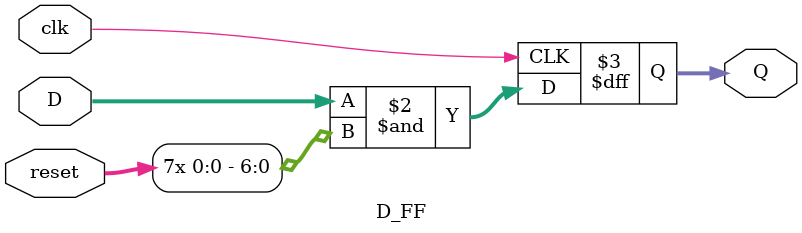
<source format=v>
module D_FF
	(
	input [6:0]D,
	input clk,
	input reset,
	output reg [6:0]Q
	);


always @(posedge clk)
begin
	Q <= D&{{7{reset}}};
end

endmodule

</source>
